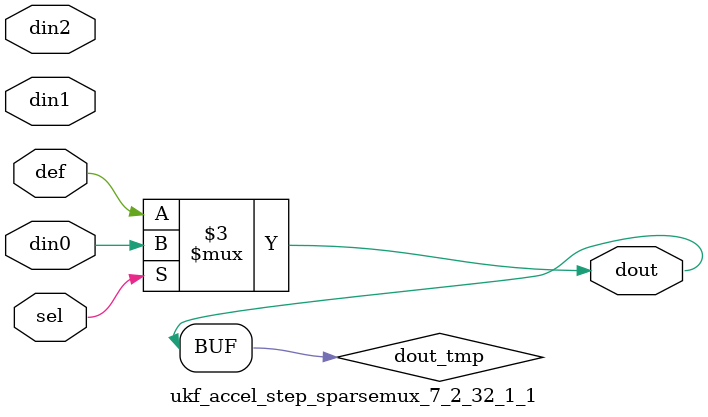
<source format=v>
`timescale 1ns / 1ps

module ukf_accel_step_sparsemux_7_2_32_1_1 (din0,din1,din2,def,sel,dout);

parameter din0_WIDTH = 1;

parameter din1_WIDTH = 1;

parameter din2_WIDTH = 1;

parameter def_WIDTH = 1;
parameter sel_WIDTH = 1;
parameter dout_WIDTH = 1;

parameter [sel_WIDTH-1:0] CASE0 = 1;

parameter [sel_WIDTH-1:0] CASE1 = 1;

parameter [sel_WIDTH-1:0] CASE2 = 1;

parameter ID = 1;
parameter NUM_STAGE = 1;



input [din0_WIDTH-1:0] din0;

input [din1_WIDTH-1:0] din1;

input [din2_WIDTH-1:0] din2;

input [def_WIDTH-1:0] def;
input [sel_WIDTH-1:0] sel;

output [dout_WIDTH-1:0] dout;



reg [dout_WIDTH-1:0] dout_tmp;


always @ (*) begin
(* parallel_case *) case (sel)
    
    CASE0 : dout_tmp = din0;
    
    CASE1 : dout_tmp = din1;
    
    CASE2 : dout_tmp = din2;
    
    default : dout_tmp = def;
endcase
end


assign dout = dout_tmp;



endmodule

</source>
